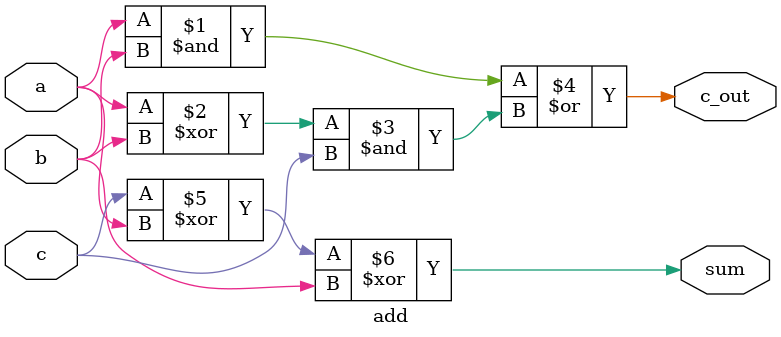
<source format=sv>

`ifndef ADD_SV
`define ADD_SV

module add (
    input logic c,
    input logic a,
    input logic b,
    output logic c_out,
    output logic sum
);

    assign c_out = (a & b) | ((a ^ b) & c);
    assign sum = c ^ a ^ b;

endmodule

`endif

</source>
